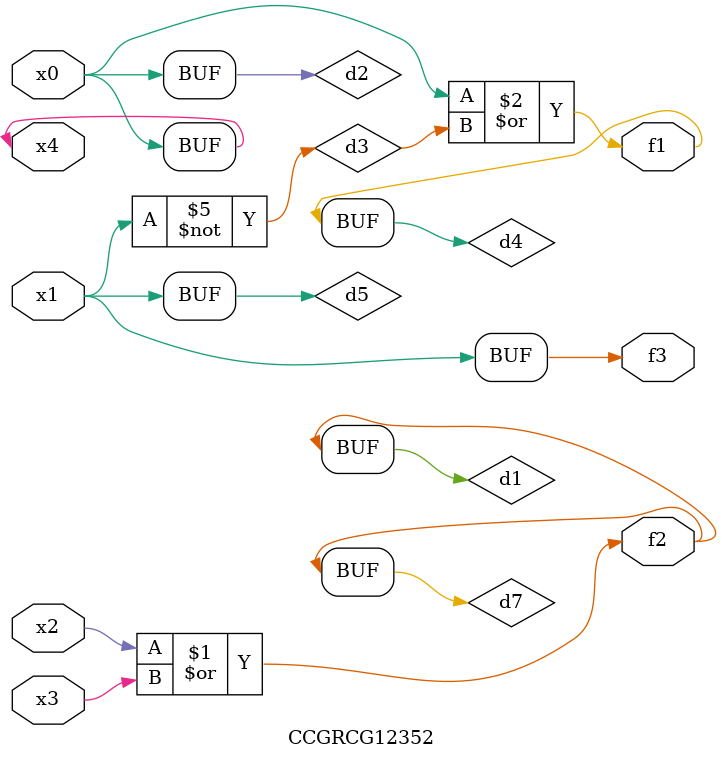
<source format=v>
module CCGRCG12352(
	input x0, x1, x2, x3, x4,
	output f1, f2, f3
);

	wire d1, d2, d3, d4, d5, d6, d7;

	or (d1, x2, x3);
	buf (d2, x0, x4);
	not (d3, x1);
	or (d4, d2, d3);
	not (d5, d3);
	nand (d6, d1, d3);
	or (d7, d1);
	assign f1 = d4;
	assign f2 = d7;
	assign f3 = d5;
endmodule

</source>
